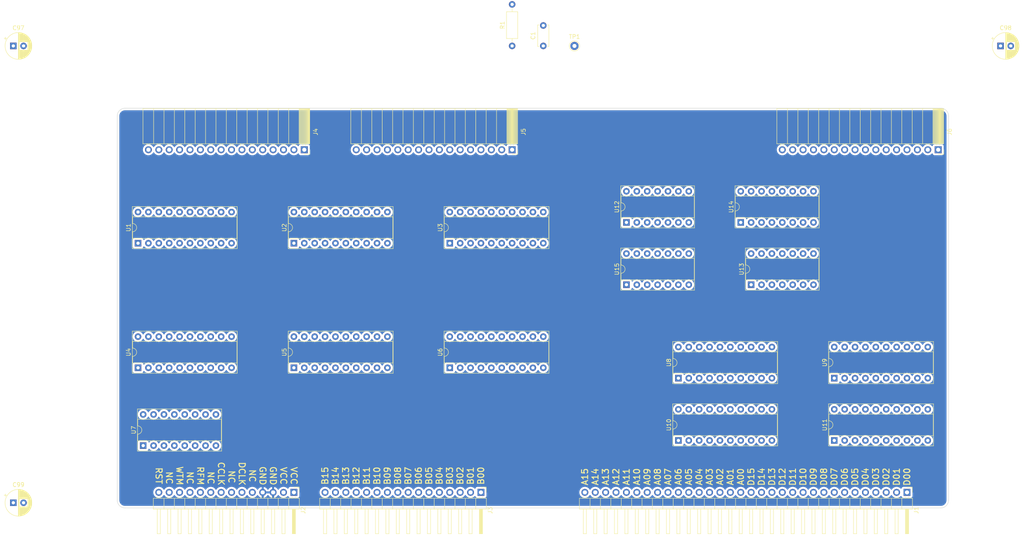
<source format=kicad_pcb>
(kicad_pcb (version 20221018) (generator pcbnew)
  (layers (0 "F.Cu" signal) (31 "B.Cu" signal) (34 "B.Paste" user) (35 "F.Paste" user) (36 "B.SilkS" user "B.Silkscreen") (37 "F.SilkS" user "F.Silkscreen") (38 "B.Mask" user) (39 "F.Mask" user) (44 "Edge.Cuts" user))
  (net 0 "")
  (net 1 "VCC")
  (net 2 "GND")
  (net 3 "/DATA_BUS_00")
  (net 4 "/DATA_BUS_01")
  (net 5 "/DATA_BUS_02")
  (net 6 "/DATA_BUS_03")
  (net 7 "/DATA_BUS_04")
  (net 8 "/DATA_BUS_05")
  (net 9 "/DATA_BUS_06")
  (net 10 "/DATA_BUS_07")
  (net 11 "/DATA_BUS_08")
  (net 12 "/DATA_BUS_09")
  (net 13 "/DATA_BUS_10")
  (net 14 "/DATA_BUS_11")
  (net 15 "/DATA_BUS_12")
  (net 16 "/DATA_BUS_13")
  (net 17 "/DATA_BUS_14")
  (net 18 "/DATA_BUS_15")
  (net 19 "/ADDR_BUS_00")
  (net 20 "/ADDR_BUS_01")
  (net 21 "/ADDR_BUS_02")
  (net 22 "/ADDR_BUS_03")
  (net 23 "/ADDR_BUS_04")
  (net 24 "/ADDR_BUS_05")
  (net 25 "/ADDR_BUS_06")
  (net 26 "/ADDR_BUS_07")
  (net 27 "/ADDR_BUS_08")
  (net 28 "/ADDR_BUS_09")
  (net 29 "/ADDR_BUS_10")
  (net 30 "/ADDR_BUS_11")
  (net 31 "/ADDR_BUS_12")
  (net 32 "/ADDR_BUS_13")
  (net 33 "/ADDR_BUS_14")
  (net 34 "/ADDR_BUS_15")
  (net 40 "/DATA_CLK")
  (net 42 "/CTL_CLK")
  (net 44 "/RFM")
  (net 45 "/BANK_BUS_00")
  (net 46 "/BANK_BUS_01")
  (net 47 "/BANK_BUS_02")
  (net 48 "/BANK_BUS_03")
  (net 49 "/BANK_BUS_04")
  (net 50 "/BANK_BUS_05")
  (net 51 "/BANK_BUS_06")
  (net 52 "/BANK_BUS_07")
  (net 53 "/BANK_BUS_08")
  (net 54 "/BANK_BUS_09")
  (net 55 "/BANK_BUS_10")
  (net 56 "/BANK_BUS_11")
  (net 57 "/BANK_BUS_12")
  (net 58 "/BANK_BUS_13")
  (net 59 "/BANK_BUS_14")
  (net 60 "/BANK_BUS_15")
  (net 61 "/WTM")
  (net 62 "/RESET")
  (footprint "sixteen-bit-computer:peripheral-backplane-membank" (layer "F.Cu") (at 139.7 144.78 -90)
    (fp_text reference "J3")
    (fp_text value "peripheral_membank_connector")
  )
  (footprint "Capacitor_THT:CP_Radial_D6.3mm_P2.50mm" (layer "F.Cu") (at 25.4 35.56)
    (fp_text reference "C97")
    (fp_text value "C_Polarized")
  )
  (footprint "Package_DIP:DIP-14_W7.62mm_Socket" (layer "F.Cu") (at 175.26 78.74 90)
    (fp_text reference "U12")
    (fp_text value "74HC02")
  )
  (footprint "Package_DIP:DIP-20_W7.62mm_Socket" (layer "F.Cu") (at 187.96 116.84 90)
    (fp_text reference "U8")
    (fp_text value "74HC377")
  )
  (footprint "Connector_PinSocket_2.54mm:PinSocket_1x16_P2.54mm_Horizontal" (layer "F.Cu") (at 147.32 60.96 -90)
    (fp_text reference "J5")
    (fp_text value "Conn_01x16_Socket")
  )
  (footprint "Connector_Pin:Pin_D1.0mm_L10.0mm" (layer "F.Cu") (at 162.56 35.56 180)
    (fp_text reference "TP1")
    (fp_text value "TestPoint")
  )
  (footprint "Package_DIP:DIP-20_W7.62mm_Socket" (layer "F.Cu") (at 93.98 83.82 90)
    (fp_text reference "U2")
    (fp_text value "74HC245")
  )
  (footprint "Connector_PinSocket_2.54mm:PinSocket_1x16_P2.54mm_Horizontal" (layer "F.Cu") (at 251.46 60.96 -90)
    (fp_text reference "J6")
    (fp_text value "Conn_01x16_Socket")
  )
  (footprint "Package_DIP:DIP-20_W7.62mm_Socket" (layer "F.Cu") (at 132.08 83.82 90)
    (fp_text reference "U3")
    (fp_text value "74HC245")
  )
  (footprint "sixteen-bit-computer:peripheral-backplane-aux" (layer "F.Cu") (at 93.98 144.78 -90)
    (fp_text reference "J2")
    (fp_text value "peripheral_aux_connector")
  )
  (footprint "Resistor_THT:R_Axial_DIN0207_L6.3mm_D2.5mm_P10.16mm_Horizontal" (layer "F.Cu") (at 147.32 35.56 90)
    (fp_text reference "R1")
    (fp_text value "R_US")
  )
  (footprint "Capacitor_THT:CP_Radial_D6.3mm_P2.50mm" (layer "F.Cu") (at 25.4 147.32)
    (fp_text reference "C99")
    (fp_text value "C_Polarized")
  )
  (footprint "Package_DIP:DIP-16_W7.62mm_Socket" (layer "F.Cu") (at 57.14 133.34 90)
    (fp_text reference "U7")
    (fp_text value "74HC138")
  )
  (footprint "Package_DIP:DIP-20_W7.62mm_Socket" (layer "F.Cu") (at 55.88 114.3 90)
    (fp_text reference "U4")
    (fp_text value "74HC245")
  )
  (footprint "Package_DIP:DIP-20_W7.62mm_Socket" (layer "F.Cu") (at 93.98 114.3 90)
    (fp_text reference "U5")
    (fp_text value "74HC245")
  )
  (footprint "Package_DIP:DIP-16_W7.62mm_Socket" (layer "F.Cu") (at 203.2 78.74 90)
    (fp_text reference "U14")
    (fp_text value "74HC123")
  )
  (footprint "Package_DIP:DIP-20_W7.62mm_Socket" (layer "F.Cu") (at 187.96 132.08 90)
    (fp_text reference "U10")
    (fp_text value "74HC245")
  )
  (footprint "Package_DIP:DIP-20_W7.62mm_Socket" (layer "F.Cu") (at 55.88 83.82 90)
    (fp_text reference "U1")
    (fp_text value "74HC245")
  )
  (footprint "Package_DIP:DIP-14_W7.62mm_Socket" (layer "F.Cu") (at 205.74 93.98 90)
    (fp_text reference "U13")
    (fp_text value "74HC08")
  )
  (footprint "Capacitor_THT:C_Disc_D5.0mm_W2.5mm_P5.00mm" (layer "F.Cu") (at 154.94 35.56 90)
    (fp_text reference "C1")
    (fp_text value "C")
  )
  (footprint "Capacitor_THT:CP_Radial_D6.3mm_P2.50mm" (layer "F.Cu") (at 266.7 35.56)
    (fp_text reference "C98")
    (fp_text value "C_Polarized")
  )
  (footprint "Package_DIP:DIP-20_W7.62mm_Socket" (layer "F.Cu") (at 226.06 116.84 90)
    (fp_text reference "U9")
    (fp_text value "74HC377")
  )
  (footprint "sixteen-bit-computer:peripheral-backplane-data-addr-anno" (layer "F.Cu") (at 243.84 144.78 -90)
    (fp_text reference "J1")
    (fp_text value "peripheral_addr_bus_connector")
  )
  (footprint "Package_DIP:DIP-20_W7.62mm_Socket" (layer "F.Cu") (at 226.06 132.08 90)
    (fp_text reference "U11")
    (fp_text value "74HC245")
  )
  (footprint "Package_DIP:DIP-20_W7.62mm_Socket" (layer "F.Cu") (at 132.08 114.3 90)
    (fp_text reference "U6")
    (fp_text value "74HC245")
  )
  (footprint "Connector_PinSocket_2.54mm:PinSocket_1x16_P2.54mm_Horizontal" (layer "F.Cu") (at 96.52 60.96 -90)
    (fp_text reference "J4")
    (fp_text value "Conn_01x16_Socket")
  )
  (footprint "Package_DIP:DIP-14_W7.62mm_Socket" (layer "F.Cu") (at 175.26 93.98 90)
    (fp_text reference "U15")
    (fp_text value "74HC04")
  )
  (gr_line (start 254 52.705) (end 254 146.685) (stroke (width 0.1)) (layer "Edge.Cuts"))
  (gr_arc (start 254 146.685) (mid 253.442038 148.032038) (end 252.095 148.59) (stroke (width 0.1)) (layer "Edge.Cuts"))
  (gr_arc (start 52.705 148.59) (mid 51.357962 148.032038) (end 50.8 146.685) (stroke (width 0.1)) (layer "Edge.Cuts"))
  (gr_line (start 50.8 146.685) (end 50.8 52.705) (stroke (width 0.1)) (layer "Edge.Cuts"))
  (gr_arc (start 50.8 52.705) (mid 51.357962 51.357962) (end 52.705 50.8) (stroke (width 0.1)) (layer "Edge.Cuts"))
  (gr_line (start 252.095 148.59) (end 52.705 148.59) (stroke (width 0.1)) (layer "Edge.Cuts"))
  (gr_arc (start 252.095 50.8) (mid 253.442038 51.357962) (end 254 52.705) (stroke (width 0.1)) (layer "Edge.Cuts"))
  (gr_line (start 52.705 50.8) (end 252.095 50.8) (stroke (width 0.1)) (layer "Edge.Cuts"))
  (segment (start 127 86.868) (end 127 83.312) (width 0.254) (layer "F.Cu") (net 0))
  (segment (start 59.436 119.634) (end 68.58 119.634) (width 0.254) (layer "F.Cu") (net 0))
  (segment (start 246.634 96.52) (end 246.634 92.964) (width 0.254) (layer "F.Cu") (net 0))
  (segment (start 148.844 57.15) (end 139.7 57.15) (width 0.254) (layer "F.Cu") (net 0))
  (segment (start 237.236 96.52) (end 237.236 83.82) (width 0.254) (layer "F.Cu") (net 0))
  (segment (start 219.456 133.858) (end 219.456 121.158) (width 0.254) (layer "F.Cu") (net 0))
  (segment (start 164.338 86.868) (end 164.338 83.312) (width 0.254) (layer "F.Cu") (net 0))
  (segment (start 83.566 82.804) (end 83.566 73.66) (width 0.254) (layer "F.Cu") (net 0))
  (segment (start 59.436 91.694) (end 68.58 91.694) (width 0.254) (layer "F.Cu") (net 0))
  (segment (start 55.88 93.98) (end 68.58 93.98) (width 0.254) (layer "F.Cu") (net 0))
  (segment (start 243.84 101.6) (end 231.14 101.6) (width 0.254) (layer "F.Cu") (net 0))
  (segment (start 59.436 118.11) (end 68.58 118.11) (width 0.254) (layer "F.Cu") (net 0))
  (segment (start 55.88 121.92) (end 68.58 121.92) (width 0.254) (layer "F.Cu") (net 0))
  (segment (start 233.426 96.52) (end 233.426 92.964) (width 0.254) (layer "F.Cu") (net 0))
  (segment (start 179.07 127) (end 179.07 123.444) (width 0.254) (layer "F.Cu") (net 0))
  (segment (start 55.88 90.17) (end 59.436 90.17) (width 0.254) (layer "F.Cu") (net 0))
  (segment (start 55.88 90.932) (end 68.58 90.932) (width 0.254) (layer "F.Cu") (net 0))
  (segment (start 55.88 89.408) (end 68.58 89.408) (width 0.254) (layer "F.Cu") (net 0))
  (segment (start 205.74 104.394) (end 193.04 104.394) (width 0.254) (layer "F.Cu") (net 0))
  (segment (start 162.052 86.868) (end 162.052 74.168) (width 0.254) (layer "F.Cu") (net 0))
  (segment (start 88.138 86.36) (end 88.138 82.804) (width 0.254) (layer "F.Cu") (net 0))
  (segment (start 83.566 86.36) (end 83.566 82.804) (width 0.254) (layer "F.Cu") (net 0))
  (segment (start 152.4 56.388) (end 139.7 56.388) (width 0.254) (layer "F.Cu") (net 0))
  (segment (start 55.88 100.838) (end 59.436 100.838) (width 0.254) (layer "F.Cu") (net 0))
  (segment (start 202.184 102.108) (end 193.04 102.108) (width 0.254) (layer "F.Cu") (net 0))
  (segment (start 152.4 53.34) (end 139.7 53.34) (width 0.254) (layer "F.Cu") (net 0))
  (segment (start 55.88 119.634) (end 59.436 119.634) (width 0.254) (layer "F.Cu") (net 0))
  (segment (start 60.452 67.564) (end 69.596 67.564) (width 0.254) (layer "F.Cu") (net 0))
  (segment (start 123.952 83.312) (end 123.952 74.168) (width 0.254) (layer "F.Cu") (net 0))
  (segment (start 165.1 86.868) (end 165.1 74.168) (width 0.254) (layer "F.Cu") (net 0))
  (segment (start 218.694 130.302) (end 218.694 121.158) (width 0.254) (layer "F.Cu") (net 0))
  (segment (start 55.88 93.218) (end 59.436 93.218) (width 0.254) (layer "F.Cu") (net 0))
  (segment (start 215.646 133.858) (end 215.646 130.302) (width 0.254) (layer "F.Cu") (net 0))
  (segment (start 205.74 105.156) (end 202.184 105.156) (width 0.254) (layer "F.Cu") (net 0))
  (segment (start 122.428 83.312) (end 122.428 74.168) (width 0.254) (layer "F.Cu") (net 0))
  (segment (start 56.896 66.04) (end 60.452 66.04) (width 0.254) (layer "F.Cu") (net 0))
  (segment (start 163.576 86.868) (end 163.576 74.168) (width 0.254) (layer "F.Cu") (net 0))
  (segment (start 248.158 96.52) (end 248.158 92.964) (width 0.254) (layer "F.Cu") (net 0))
  (segment (start 59.436 121.158) (end 68.58 121.158) (width 0.254) (layer "F.Cu") (net 0))
  (segment (start 205.74 106.68) (end 202.184 106.68) (width 0.254) (layer "F.Cu") (net 0))
  (segment (start 125.476 83.312) (end 125.476 74.168) (width 0.254) (layer "F.Cu") (net 0))
  (segment (start 243.84 103.886) (end 240.284 103.886) (width 0.254) (layer "F.Cu") (net 0))
  (segment (start 88.138 82.804) (end 88.138 73.66) (width 0.254) (layer "F.Cu") (net 0))
  (segment (start 220.98 133.858) (end 220.98 121.158) (width 0.254) (layer "F.Cu") (net 0))
  (segment (start 205.74 103.632) (end 202.184 103.632) (width 0.254) (layer "F.Cu") (net 0))
  (segment (start 85.852 86.36) (end 85.852 73.66) (width 0.254) (layer "F.Cu") (net 0))
  (segment (start 56.896 66.802) (end 69.596 66.802) (width 0.254) (layer "F.Cu") (net 0))
  (segment (start 240.284 102.362) (end 231.14 102.362) (width 0.254) (layer "F.Cu") (net 0))
  (segment (start 55.88 96.266) (end 59.436 96.266) (width 0.254) (layer "F.Cu") (net 0))
  (segment (start 56.896 70.612) (end 60.452 70.612) (width 0.254) (layer "F.Cu") (net 0))
  (segment (start 84.328 86.36) (end 84.328 73.66) (width 0.254) (layer "F.Cu") (net 0))
  (segment (start 245.11 96.52) (end 245.11 92.964) (width 0.254) (layer "F.Cu") (net 0))
  (segment (start 55.88 97.79) (end 59.436 97.79) (width 0.254) (layer "F.Cu") (net 0))
  (segment (start 152.4 57.15) (end 148.844 57.15) (width 0.254) (layer "F.Cu") (net 0))
  (segment (start 55.88 120.396) (end 68.58 120.396) (width 0.254) (layer "F.Cu") (net 0))
  (segment (start 87.376 86.36) (end 87.376 73.66) (width 0.254) (layer "F.Cu") (net 0))
  (segment (start 55.88 91.694) (end 59.436 91.694) (width 0.254) (layer "F.Cu") (net 0))
  (segment (start 236.474 92.964) (end 236.474 83.82) (width 0.254) (layer "F.Cu") (net 0))
  (segment (start 243.84 104.648) (end 231.14 104.648) (width 0.254) (layer "F.Cu") (net 0))
  (segment (start 60.452 66.04) (end 69.596 66.04) (width 0.254) (layer "F.Cu") (net 0))
  (segment (start 181.356 127) (end 181.356 114.3) (width 0.254) (layer "F.Cu") (net 0))
  (segment (start 88.9 86.36) (end 88.9 73.66) (width 0.254) (layer "F.Cu") (net 0))
  (segment (start 178.308 127) (end 178.308 114.3) (width 0.254) (layer "F.Cu") (net 0))
  (segment (start 248.92 96.52) (end 248.92 83.82) (width 0.254) (layer "F.Cu") (net 0))
  (segment (start 152.4 58.674) (end 148.844 58.674) (width 0.254) (layer "F.Cu") (net 0))
  (segment (start 217.932 133.858) (end 217.932 121.158) (width 0.254) (layer "F.Cu") (net 0))
  (segment (start 55.88 100.076) (end 68.58 100.076) (width 0.254) (layer "F.Cu") (net 0))
  (segment (start 245.11 92.964) (end 245.11 83.82) (width 0.254) (layer "F.Cu") (net 0))
  (segment (start 243.586 92.964) (end 243.586 83.82) (width 0.254) (layer "F.Cu") (net 0))
  (segment (start 59.436 116.586) (end 68.58 116.586) (width 0.254) (layer "F.Cu") (net 0))
  (segment (start 205.74 102.87) (end 193.04 102.87) (width 0.254) (layer "F.Cu") (net 0))
  (segment (start 60.452 69.088) (end 69.596 69.088) (width 0.254) (layer "F.Cu") (net 0))
  (segment (start 86.614 86.36) (end 86.614 82.804) (width 0.254) (layer "F.Cu") (net 0))
  (segment (start 122.428 86.868) (end 122.428 83.312) (width 0.254) (layer "F.Cu") (net 0))
  (segment (start 55.88 97.028) (end 68.58 97.028) (width 0.254) (layer "F.Cu") (net 0))
  (segment (start 235.712 96.52) (end 235.712 83.82) (width 0.254) (layer "F.Cu") (net 0))
  (segment (start 59.436 100.838) (end 68.58 100.838) (width 0.254) (layer "F.Cu") (net 0))
  (segment (start 55.88 88.646) (end 59.436 88.646) (width 0.254) (layer "F.Cu") (net 0))
  (segment (start 243.586 96.52) (end 243.586 92.964) (width 0.254) (layer "F.Cu") (net 0))
  (segment (start 123.952 86.868) (end 123.952 83.312) (width 0.254) (layer "F.Cu") (net 0))
  (segment (start 55.88 118.872) (end 68.58 118.872) (width 0.254) (layer "F.Cu") (net 0))
  (segment (start 60.452 70.612) (end 69.596 70.612) (width 0.254) (layer "F.Cu") (net 0))
  (segment (start 126.238 86.868) (end 126.238 74.168) (width 0.254) (layer "F.Cu") (net 0))
  (segment (start 243.84 102.362) (end 240.284 102.362) (width 0.254) (layer "F.Cu") (net 0))
  (segment (start 148.844 58.674) (end 139.7 58.674) (width 0.254) (layer "F.Cu") (net 0))
  (segment (start 240.284 106.934) (end 231.14 106.934) (width 0.254) (layer "F.Cu") (net 0))
  (segment (start 148.844 54.102) (end 139.7 54.102) (width 0.254) (layer "F.Cu") (net 0))
  (segment (start 55.88 117.348) (end 68.58 117.348) (width 0.254) (layer "F.Cu") (net 0))
  (segment (start 55.88 92.456) (end 68.58 92.456) (width 0.254) (layer "F.Cu") (net 0))
  (segment (start 55.88 98.552) (end 68.58 98.552) (width 0.254) (layer "F.Cu") (net 0))
  (segment (start 59.436 97.79) (end 68.58 97.79) (width 0.254) (layer "F.Cu") (net 0))
  (segment (start 59.436 90.17) (end 68.58 90.17) (width 0.254) (layer "F.Cu") (net 0))
  (segment (start 56.896 69.85) (end 69.596 69.85) (width 0.254) (layer "F.Cu") (net 0))
  (segment (start 236.474 96.52) (end 236.474 92.964) (width 0.254) (layer "F.Cu") (net 0))
  (segment (start 182.118 123.444) (end 182.118 114.3) (width 0.254) (layer "F.Cu") (net 0))
  (segment (start 237.998 96.52) (end 237.998 92.964) (width 0.254) (layer "F.Cu") (net 0))
  (segment (start 160.528 86.868) (end 160.528 74.168) (width 0.254) (layer "F.Cu") (net 0))
  (segment (start 148.844 55.626) (end 139.7 55.626) (width 0.254) (layer "F.Cu") (net 0))
  (segment (start 177.546 123.444) (end 177.546 114.3) (width 0.254) (layer "F.Cu") (net 0))
  (segment (start 56.896 69.088) (end 60.452 69.088) (width 0.254) (layer "F.Cu") (net 0))
  (segment (start 240.284 105.41) (end 231.14 105.41) (width 0.254) (layer "F.Cu") (net 0))
  (segment (start 205.74 101.346) (end 193.04 101.346) (width 0.254) (layer "F.Cu") (net 0))
  (segment (start 127.762 86.868) (end 127.762 74.168) (width 0.254) (layer "F.Cu") (net 0))
  (segment (start 159.766 83.312) (end 159.766 74.168) (width 0.254) (layer "F.Cu") (net 0))
  (segment (start 152.4 54.102) (end 148.844 54.102) (width 0.254) (layer "F.Cu") (net 0))
  (segment (start 202.184 103.632) (end 193.04 103.632) (width 0.254) (layer "F.Cu") (net 0))
  (segment (start 55.88 118.11) (end 59.436 118.11) (width 0.254) (layer "F.Cu") (net 0))
  (segment (start 179.07 123.444) (end 179.07 114.3) (width 0.254) (layer "F.Cu") (net 0))
  (segment (start 85.09 86.36) (end 85.09 82.804) (width 0.254) (layer "F.Cu") (net 0))
  (segment (start 246.634 92.964) (end 246.634 83.82) (width 0.254) (layer "F.Cu") (net 0))
  (segment (start 243.84 106.934) (end 240.284 106.934) (width 0.254) (layer "F.Cu") (net 0))
  (segment (start 123.19 86.868) (end 123.19 74.168) (width 0.254) (layer "F.Cu") (net 0))
  (segment (start 215.646 130.302) (end 215.646 121.158) (width 0.254) (layer "F.Cu") (net 0))
  (segment (start 245.872 96.52) (end 245.872 83.82) (width 0.254) (layer "F.Cu") (net 0))
  (segment (start 152.4 54.864) (end 139.7 54.864) (width 0.254) (layer "F.Cu") (net 0))
  (segment (start 179.832 127) (end 179.832 114.3) (width 0.254) (layer "F.Cu") (net 0))
  (segment (start 125.476 86.868) (end 125.476 83.312) (width 0.254) (layer "F.Cu") (net 0))
  (segment (start 180.594 127) (end 180.594 123.444) (width 0.254) (layer "F.Cu") (net 0))
  (segment (start 248.158 92.964) (end 248.158 83.82) (width 0.254) (layer "F.Cu") (net 0))
  (segment (start 124.714 86.868) (end 124.714 74.168) (width 0.254) (layer "F.Cu") (net 0))
  (segment (start 238.76 96.52) (end 238.76 83.82) (width 0.254) (layer "F.Cu") (net 0))
  (segment (start 243.84 105.41) (end 240.284 105.41) (width 0.254) (layer "F.Cu") (net 0))
  (segment (start 220.218 133.858) (end 220.218 130.302) (width 0.254) (layer "F.Cu") (net 0))
  (segment (start 164.338 83.312) (end 164.338 74.168) (width 0.254) (layer "F.Cu") (net 0))
  (segment (start 152.4 55.626) (end 148.844 55.626) (width 0.254) (layer "F.Cu") (net 0))
  (segment (start 217.17 133.858) (end 217.17 130.302) (width 0.254) (layer "F.Cu") (net 0))
  (segment (start 177.546 127) (end 177.546 123.444) (width 0.254) (layer "F.Cu") (net 0))
  (segment (start 159.766 86.868) (end 159.766 83.312) (width 0.254) (layer "F.Cu") (net 0))
  (segment (start 59.436 88.646) (end 68.58 88.646) (width 0.254) (layer "F.Cu") (net 0))
  (segment (start 240.284 103.886) (end 231.14 103.886) (width 0.254) (layer "F.Cu") (net 0))
  (segment (start 55.88 99.314) (end 59.436 99.314) (width 0.254) (layer "F.Cu") (net 0))
  (segment (start 56.896 68.326) (end 69.596 68.326) (width 0.254) (layer "F.Cu") (net 0))
  (segment (start 234.95 96.52) (end 234.95 92.964) (width 0.254) (layer "F.Cu") (net 0))
  (segment (start 55.88 116.586) (end 59.436 116.586) (width 0.254) (layer "F.Cu") (net 0))
  (segment (start 205.74 102.108) (end 202.184 102.108) (width 0.254) (layer "F.Cu") (net 0))
  (segment (start 202.184 106.68) (end 193.04 106.68) (width 0.254) (layer "F.Cu") (net 0))
  (segment (start 127 83.312) (end 127 74.168) (width 0.254) (layer "F.Cu") (net 0))
  (segment (start 234.188 96.52) (end 234.188 83.82) (width 0.254) (layer "F.Cu") (net 0))
  (segment (start 243.84 103.124) (end 231.14 103.124) (width 0.254) (layer "F.Cu") (net 0))
  (segment (start 162.814 86.868) (end 162.814 83.312) (width 0.254) (layer "F.Cu") (net 0))
  (segment (start 202.184 105.156) (end 193.04 105.156) (width 0.254) (layer "F.Cu") (net 0))
  (segment (start 161.29 83.312) (end 161.29 74.168) (width 0.254) (layer "F.Cu") (net 0))
  (segment (start 217.17 130.302) (end 217.17 121.158) (width 0.254) (layer "F.Cu") (net 0))
  (segment (start 59.436 99.314) (end 68.58 99.314) (width 0.254) (layer "F.Cu") (net 0))
  (segment (start 162.814 83.312) (end 162.814 74.168) (width 0.254) (layer "F.Cu") (net 0))
  (segment (start 85.09 82.804) (end 85.09 73.66) (width 0.254) (layer "F.Cu") (net 0))
  (segment (start 56.896 67.564) (end 60.452 67.564) (width 0.254) (layer "F.Cu") (net 0))
  (segment (start 233.426 92.964) (end 233.426 83.82) (width 0.254) (layer "F.Cu") (net 0))
  (segment (start 56.896 71.374) (end 69.596 71.374) (width 0.254) (layer "F.Cu") (net 0))
  (segment (start 182.88 127) (end 182.88 114.3) (width 0.254) (layer "F.Cu") (net 0))
  (segment (start 180.594 123.444) (end 180.594 114.3) (width 0.254) (layer "F.Cu") (net 0))
  (segment (start 182.118 127) (end 182.118 123.444) (width 0.254) (layer "F.Cu") (net 0))
  (segment (start 55.88 121.158) (end 59.436 121.158) (width 0.254) (layer "F.Cu") (net 0))
  (segment (start 220.218 130.302) (end 220.218 121.158) (width 0.254) (layer "F.Cu") (net 0))
  (segment (start 205.74 105.918) (end 193.04 105.918) (width 0.254) (layer "F.Cu") (net 0))
  (segment (start 59.436 96.266) (end 68.58 96.266) (width 0.254) (layer "F.Cu") (net 0))
  (segment (start 244.348 96.52) (end 244.348 83.82) (width 0.254) (layer "F.Cu") (net 0))
  (segment (start 237.998 92.964) (end 237.998 83.82) (width 0.254) (layer "F.Cu") (net 0))
  (segment (start 218.694 133.858) (end 218.694 130.302) (width 0.254) (layer "F.Cu") (net 0))
  (segment (start 59.436 93.218) (end 68.58 93.218) (width 0.254) (layer "F.Cu") (net 0))
  (segment (start 243.84 106.172) (end 231.14 106.172) (width 0.254) (layer "F.Cu") (net 0))
  (segment (start 152.4 57.912) (end 139.7 57.912) (width 0.254) (layer "F.Cu") (net 0))
  (segment (start 55.88 101.6) (end 68.58 101.6) (width 0.254) (layer "F.Cu") (net 0))
  (segment (start 86.614 82.804) (end 86.614 73.66) (width 0.254) (layer "F.Cu") (net 0))
  (segment (start 234.95 92.964) (end 234.95 83.82) (width 0.254) (layer "F.Cu") (net 0))
  (segment (start 247.396 96.52) (end 247.396 83.82) (width 0.254) (layer "F.Cu") (net 0))
  (segment (start 216.408 133.858) (end 216.408 121.158) (width 0.254) (layer "F.Cu") (net 0))
  (segment (start 161.29 86.868) (end 161.29 83.312) (width 0.254) (layer "F.Cu") (net 0))
  (zone locked (net 2) (net_name "GND") (layer "B.Cu") (connect_pads (clearance 0.5)) (min_thickness 0.25) (fill yes (thermal_gap 0.5) (thermal_bridge_width 0.5))
    (polygon (pts (xy 45.72 45.72) (xy 259.08 45.72) (xy 259.08 152.4) (xy 45.72 152.4)))
  )
)
</source>
